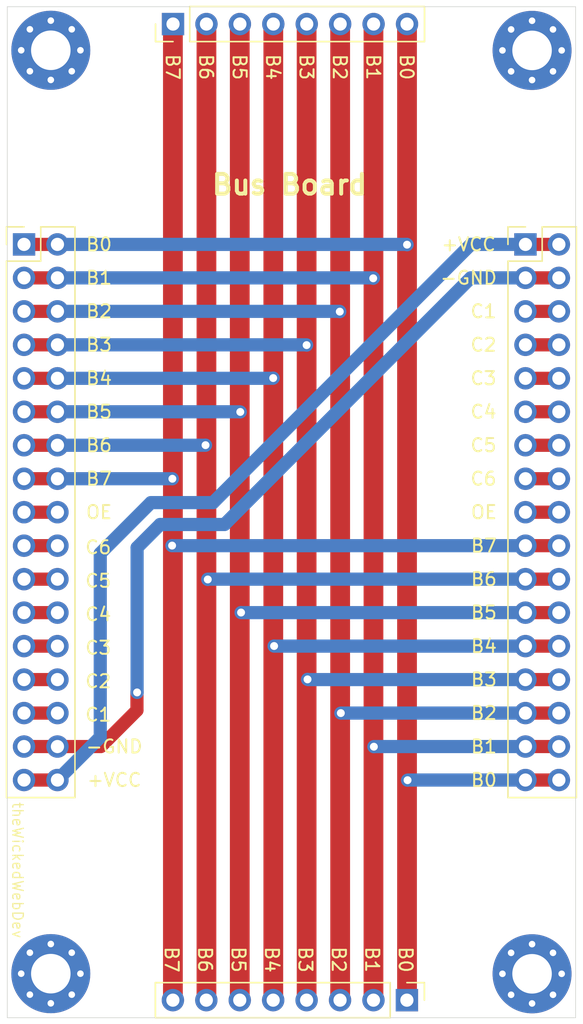
<source format=kicad_pcb>
(kicad_pcb (version 20171130) (host pcbnew "(5.1.10-1-10_14)")

  (general
    (thickness 1.6)
    (drawings 57)
    (tracks 99)
    (zones 0)
    (modules 8)
    (nets 25)
  )

  (page A4)
  (layers
    (0 F.Cu signal)
    (31 B.Cu signal hide)
    (32 B.Adhes user)
    (33 F.Adhes user hide)
    (34 B.Paste user)
    (35 F.Paste user)
    (36 B.SilkS user)
    (37 F.SilkS user)
    (38 B.Mask user)
    (39 F.Mask user)
    (40 Dwgs.User user)
    (41 Cmts.User user)
    (42 Eco1.User user)
    (43 Eco2.User user)
    (44 Edge.Cuts user)
    (45 Margin user)
    (46 B.CrtYd user)
    (47 F.CrtYd user)
    (48 B.Fab user)
    (49 F.Fab user)
  )

  (setup
    (last_trace_width 0.25)
    (user_trace_width 0.5)
    (user_trace_width 1)
    (user_trace_width 1.5)
    (trace_clearance 0.2)
    (zone_clearance 0.508)
    (zone_45_only no)
    (trace_min 0.2)
    (via_size 0.8)
    (via_drill 0.4)
    (via_min_size 0.4)
    (via_min_drill 0.3)
    (uvia_size 0.3)
    (uvia_drill 0.1)
    (uvias_allowed no)
    (uvia_min_size 0.2)
    (uvia_min_drill 0.1)
    (edge_width 0.05)
    (segment_width 0.2)
    (pcb_text_width 0.3)
    (pcb_text_size 1.5 1.5)
    (mod_edge_width 0.12)
    (mod_text_size 1 1)
    (mod_text_width 0.15)
    (pad_size 1.524 1.524)
    (pad_drill 0.762)
    (pad_to_mask_clearance 0)
    (aux_axis_origin 0 0)
    (visible_elements FFFFFF7F)
    (pcbplotparams
      (layerselection 0x010fc_ffffffff)
      (usegerberextensions false)
      (usegerberattributes true)
      (usegerberadvancedattributes true)
      (creategerberjobfile true)
      (excludeedgelayer true)
      (linewidth 0.100000)
      (plotframeref false)
      (viasonmask false)
      (mode 1)
      (useauxorigin false)
      (hpglpennumber 1)
      (hpglpenspeed 20)
      (hpglpendiameter 15.000000)
      (psnegative false)
      (psa4output false)
      (plotreference true)
      (plotvalue true)
      (plotinvisibletext false)
      (padsonsilk false)
      (subtractmaskfromsilk false)
      (outputformat 1)
      (mirror false)
      (drillshape 0)
      (scaleselection 1)
      (outputdirectory "./gerber"))
  )

  (net 0 "")
  (net 1 "Net-(J1-Pad29)")
  (net 2 "Net-(J1-Pad27)")
  (net 3 "Net-(J1-Pad25)")
  (net 4 "Net-(J1-Pad23)")
  (net 5 "Net-(J1-Pad21)")
  (net 6 "Net-(J1-Pad19)")
  (net 7 "Net-(J1-Pad17)")
  (net 8 "Net-(J1-Pad15)")
  (net 9 "Net-(J1-Pad13)")
  (net 10 "Net-(J1-Pad11)")
  (net 11 "Net-(J1-Pad10)")
  (net 12 "Net-(J1-Pad7)")
  (net 13 "Net-(J1-Pad5)")
  (net 14 "Net-(J2-Pad29)")
  (net 15 "Net-(J2-Pad27)")
  (net 16 "Net-(J2-Pad25)")
  (net 17 "Net-(J2-Pad23)")
  (net 18 "Net-(J2-Pad21)")
  (net 19 "Net-(J2-Pad19)")
  (net 20 "Net-(J2-Pad17)")
  (net 21 VCC)
  (net 22 GND)
  (net 23 "Net-(J1-Pad33)")
  (net 24 "Net-(J1-Pad31)")

  (net_class Default "This is the default net class."
    (clearance 0.2)
    (trace_width 0.25)
    (via_dia 0.8)
    (via_drill 0.4)
    (uvia_dia 0.3)
    (uvia_drill 0.1)
    (add_net GND)
    (add_net "Net-(J1-Pad10)")
    (add_net "Net-(J1-Pad11)")
    (add_net "Net-(J1-Pad13)")
    (add_net "Net-(J1-Pad15)")
    (add_net "Net-(J1-Pad17)")
    (add_net "Net-(J1-Pad19)")
    (add_net "Net-(J1-Pad21)")
    (add_net "Net-(J1-Pad23)")
    (add_net "Net-(J1-Pad25)")
    (add_net "Net-(J1-Pad27)")
    (add_net "Net-(J1-Pad29)")
    (add_net "Net-(J1-Pad31)")
    (add_net "Net-(J1-Pad33)")
    (add_net "Net-(J1-Pad5)")
    (add_net "Net-(J1-Pad7)")
    (add_net "Net-(J2-Pad17)")
    (add_net "Net-(J2-Pad19)")
    (add_net "Net-(J2-Pad21)")
    (add_net "Net-(J2-Pad23)")
    (add_net "Net-(J2-Pad25)")
    (add_net "Net-(J2-Pad27)")
    (add_net "Net-(J2-Pad29)")
    (add_net VCC)
  )

  (module MountingHole:MountingHole_3mm_Pad_Via (layer F.Cu) (tedit 56DDBED4) (tstamp 61582A25)
    (at 102.61 134.59)
    (descr "Mounting Hole 3mm")
    (tags "mounting hole 3mm")
    (attr virtual)
    (fp_text reference REF** (at 0 -4) (layer F.SilkS) hide
      (effects (font (size 1 1) (thickness 0.15)))
    )
    (fp_text value MountingHole_3mm_Pad_Via (at 0 4) (layer F.Fab) hide
      (effects (font (size 1 1) (thickness 0.15)))
    )
    (fp_circle (center 0 0) (end 3.25 0) (layer F.CrtYd) (width 0.05))
    (fp_circle (center 0 0) (end 3 0) (layer Cmts.User) (width 0.15))
    (fp_text user %R (at 0.3 0) (layer F.Fab) hide
      (effects (font (size 1 1) (thickness 0.15)))
    )
    (pad 1 thru_hole circle (at 0 0) (size 6 6) (drill 3) (layers *.Cu *.Mask))
    (pad 1 thru_hole circle (at 2.25 0) (size 0.8 0.8) (drill 0.5) (layers *.Cu *.Mask))
    (pad 1 thru_hole circle (at 1.59099 1.59099) (size 0.8 0.8) (drill 0.5) (layers *.Cu *.Mask))
    (pad 1 thru_hole circle (at 0 2.25) (size 0.8 0.8) (drill 0.5) (layers *.Cu *.Mask))
    (pad 1 thru_hole circle (at -1.59099 1.59099) (size 0.8 0.8) (drill 0.5) (layers *.Cu *.Mask))
    (pad 1 thru_hole circle (at -2.25 0) (size 0.8 0.8) (drill 0.5) (layers *.Cu *.Mask))
    (pad 1 thru_hole circle (at -1.59099 -1.59099) (size 0.8 0.8) (drill 0.5) (layers *.Cu *.Mask))
    (pad 1 thru_hole circle (at 0 -2.25) (size 0.8 0.8) (drill 0.5) (layers *.Cu *.Mask))
    (pad 1 thru_hole circle (at 1.59099 -1.59099) (size 0.8 0.8) (drill 0.5) (layers *.Cu *.Mask))
  )

  (module MountingHole:MountingHole_3mm_Pad_Via (layer F.Cu) (tedit 56DDBED4) (tstamp 61582A16)
    (at 66.044 134.58)
    (descr "Mounting Hole 3mm")
    (tags "mounting hole 3mm")
    (attr virtual)
    (fp_text reference REF** (at 0 -4) (layer F.SilkS) hide
      (effects (font (size 1 1) (thickness 0.15)))
    )
    (fp_text value MountingHole_3mm_Pad_Via (at 0 4) (layer F.Fab) hide
      (effects (font (size 1 1) (thickness 0.15)))
    )
    (fp_circle (center 0 0) (end 3 0) (layer Cmts.User) (width 0.15))
    (fp_circle (center 0 0) (end 3.25 0) (layer F.CrtYd) (width 0.05))
    (fp_text user %R (at 0.3 0) (layer F.Fab) hide
      (effects (font (size 1 1) (thickness 0.15)))
    )
    (pad 1 thru_hole circle (at 1.59099 -1.59099) (size 0.8 0.8) (drill 0.5) (layers *.Cu *.Mask))
    (pad 1 thru_hole circle (at 0 -2.25) (size 0.8 0.8) (drill 0.5) (layers *.Cu *.Mask))
    (pad 1 thru_hole circle (at -1.59099 -1.59099) (size 0.8 0.8) (drill 0.5) (layers *.Cu *.Mask))
    (pad 1 thru_hole circle (at -2.25 0) (size 0.8 0.8) (drill 0.5) (layers *.Cu *.Mask))
    (pad 1 thru_hole circle (at -1.59099 1.59099) (size 0.8 0.8) (drill 0.5) (layers *.Cu *.Mask))
    (pad 1 thru_hole circle (at 0 2.25) (size 0.8 0.8) (drill 0.5) (layers *.Cu *.Mask))
    (pad 1 thru_hole circle (at 1.59099 1.59099) (size 0.8 0.8) (drill 0.5) (layers *.Cu *.Mask))
    (pad 1 thru_hole circle (at 2.25 0) (size 0.8 0.8) (drill 0.5) (layers *.Cu *.Mask))
    (pad 1 thru_hole circle (at 0 0) (size 6 6) (drill 3) (layers *.Cu *.Mask))
  )

  (module MountingHole:MountingHole_3mm_Pad_Via (layer F.Cu) (tedit 56DDBED4) (tstamp 615829E8)
    (at 66.044 64.52)
    (descr "Mounting Hole 3mm")
    (tags "mounting hole 3mm")
    (attr virtual)
    (fp_text reference REF** (at 0 -4) (layer F.SilkS) hide
      (effects (font (size 1 1) (thickness 0.15)))
    )
    (fp_text value MountingHole_3mm_Pad_Via (at 0 4) (layer F.Fab) hide
      (effects (font (size 1 1) (thickness 0.15)))
    )
    (fp_circle (center 0 0) (end 3.25 0) (layer F.CrtYd) (width 0.05))
    (fp_circle (center 0 0) (end 3 0) (layer Cmts.User) (width 0.15))
    (fp_text user %R (at 0.3 0) (layer F.Fab) hide
      (effects (font (size 1 1) (thickness 0.15)))
    )
    (pad 1 thru_hole circle (at 0 0) (size 6 6) (drill 3) (layers *.Cu *.Mask))
    (pad 1 thru_hole circle (at 2.25 0) (size 0.8 0.8) (drill 0.5) (layers *.Cu *.Mask))
    (pad 1 thru_hole circle (at 1.59099 1.59099) (size 0.8 0.8) (drill 0.5) (layers *.Cu *.Mask))
    (pad 1 thru_hole circle (at 0 2.25) (size 0.8 0.8) (drill 0.5) (layers *.Cu *.Mask))
    (pad 1 thru_hole circle (at -1.59099 1.59099) (size 0.8 0.8) (drill 0.5) (layers *.Cu *.Mask))
    (pad 1 thru_hole circle (at -2.25 0) (size 0.8 0.8) (drill 0.5) (layers *.Cu *.Mask))
    (pad 1 thru_hole circle (at -1.59099 -1.59099) (size 0.8 0.8) (drill 0.5) (layers *.Cu *.Mask))
    (pad 1 thru_hole circle (at 0 -2.25) (size 0.8 0.8) (drill 0.5) (layers *.Cu *.Mask))
    (pad 1 thru_hole circle (at 1.59099 -1.59099) (size 0.8 0.8) (drill 0.5) (layers *.Cu *.Mask))
  )

  (module MountingHole:MountingHole_3mm_Pad_Via (layer F.Cu) (tedit 56DDBED4) (tstamp 61582990)
    (at 102.61 64.53)
    (descr "Mounting Hole 3mm")
    (tags "mounting hole 3mm")
    (attr virtual)
    (fp_text reference REF** (at 0 -4) (layer F.SilkS) hide
      (effects (font (size 1 1) (thickness 0.15)))
    )
    (fp_text value MountingHole_3mm_Pad_Via (at 0 4) (layer F.Fab) hide
      (effects (font (size 1 1) (thickness 0.15)))
    )
    (fp_circle (center 0 0) (end 3 0) (layer Cmts.User) (width 0.15))
    (fp_circle (center 0 0) (end 3.25 0) (layer F.CrtYd) (width 0.05))
    (fp_text user %R (at 0.3 0) (layer F.Fab) hide
      (effects (font (size 1 1) (thickness 0.15)))
    )
    (pad 1 thru_hole circle (at 1.59099 -1.59099) (size 0.8 0.8) (drill 0.5) (layers *.Cu *.Mask))
    (pad 1 thru_hole circle (at 0 -2.25) (size 0.8 0.8) (drill 0.5) (layers *.Cu *.Mask))
    (pad 1 thru_hole circle (at -1.59099 -1.59099) (size 0.8 0.8) (drill 0.5) (layers *.Cu *.Mask))
    (pad 1 thru_hole circle (at -2.25 0) (size 0.8 0.8) (drill 0.5) (layers *.Cu *.Mask))
    (pad 1 thru_hole circle (at -1.59099 1.59099) (size 0.8 0.8) (drill 0.5) (layers *.Cu *.Mask))
    (pad 1 thru_hole circle (at 0 2.25) (size 0.8 0.8) (drill 0.5) (layers *.Cu *.Mask))
    (pad 1 thru_hole circle (at 1.59099 1.59099) (size 0.8 0.8) (drill 0.5) (layers *.Cu *.Mask))
    (pad 1 thru_hole circle (at 2.25 0) (size 0.8 0.8) (drill 0.5) (layers *.Cu *.Mask))
    (pad 1 thru_hole circle (at 0 0) (size 6 6) (drill 3) (layers *.Cu *.Mask))
  )

  (module Connector_PinHeader_2.54mm:PinHeader_1x08_P2.54mm_Vertical (layer F.Cu) (tedit 59FED5CC) (tstamp 61581D0A)
    (at 93.1 136.59 270)
    (descr "Through hole straight pin header, 1x08, 2.54mm pitch, single row")
    (tags "Through hole pin header THT 1x08 2.54mm single row")
    (path /A6084CEE)
    (fp_text reference J4 (at 0 -2.33 90) (layer F.SilkS) hide
      (effects (font (size 1 1) (thickness 0.15)))
    )
    (fp_text value Conn_01x08 (at 0 20.11 90) (layer F.Fab) hide
      (effects (font (size 1 1) (thickness 0.15)))
    )
    (fp_line (start -0.635 -1.27) (end 1.27 -1.27) (layer F.Fab) (width 0.1))
    (fp_line (start 1.27 -1.27) (end 1.27 19.05) (layer F.Fab) (width 0.1))
    (fp_line (start 1.27 19.05) (end -1.27 19.05) (layer F.Fab) (width 0.1))
    (fp_line (start -1.27 19.05) (end -1.27 -0.635) (layer F.Fab) (width 0.1))
    (fp_line (start -1.27 -0.635) (end -0.635 -1.27) (layer F.Fab) (width 0.1))
    (fp_line (start -1.33 19.11) (end 1.33 19.11) (layer F.SilkS) (width 0.12))
    (fp_line (start -1.33 1.27) (end -1.33 19.11) (layer F.SilkS) (width 0.12))
    (fp_line (start 1.33 1.27) (end 1.33 19.11) (layer F.SilkS) (width 0.12))
    (fp_line (start -1.33 1.27) (end 1.33 1.27) (layer F.SilkS) (width 0.12))
    (fp_line (start -1.33 0) (end -1.33 -1.33) (layer F.SilkS) (width 0.12))
    (fp_line (start -1.33 -1.33) (end 0 -1.33) (layer F.SilkS) (width 0.12))
    (fp_line (start -1.8 -1.8) (end -1.8 19.55) (layer F.CrtYd) (width 0.05))
    (fp_line (start -1.8 19.55) (end 1.8 19.55) (layer F.CrtYd) (width 0.05))
    (fp_line (start 1.8 19.55) (end 1.8 -1.8) (layer F.CrtYd) (width 0.05))
    (fp_line (start 1.8 -1.8) (end -1.8 -1.8) (layer F.CrtYd) (width 0.05))
    (fp_text user %R (at 0 8.89) (layer F.Fab) hide
      (effects (font (size 1 1) (thickness 0.15)))
    )
    (pad 8 thru_hole oval (at 0 17.78 270) (size 1.7 1.7) (drill 1) (layers *.Cu *.Mask)
      (net 6 "Net-(J1-Pad19)"))
    (pad 7 thru_hole oval (at 0 15.24 270) (size 1.7 1.7) (drill 1) (layers *.Cu *.Mask)
      (net 5 "Net-(J1-Pad21)"))
    (pad 6 thru_hole oval (at 0 12.7 270) (size 1.7 1.7) (drill 1) (layers *.Cu *.Mask)
      (net 4 "Net-(J1-Pad23)"))
    (pad 5 thru_hole oval (at 0 10.16 270) (size 1.7 1.7) (drill 1) (layers *.Cu *.Mask)
      (net 3 "Net-(J1-Pad25)"))
    (pad 4 thru_hole oval (at 0 7.62 270) (size 1.7 1.7) (drill 1) (layers *.Cu *.Mask)
      (net 2 "Net-(J1-Pad27)"))
    (pad 3 thru_hole oval (at 0 5.08 270) (size 1.7 1.7) (drill 1) (layers *.Cu *.Mask)
      (net 1 "Net-(J1-Pad29)"))
    (pad 2 thru_hole oval (at 0 2.54 270) (size 1.7 1.7) (drill 1) (layers *.Cu *.Mask)
      (net 24 "Net-(J1-Pad31)"))
    (pad 1 thru_hole rect (at 0 0 270) (size 1.7 1.7) (drill 1) (layers *.Cu *.Mask)
      (net 23 "Net-(J1-Pad33)"))
    (model ${KISYS3DMOD}/Connector_PinHeader_2.54mm.3dshapes/PinHeader_1x08_P2.54mm_Vertical.wrl
      (at (xyz 0 0 0))
      (scale (xyz 1 1 1))
      (rotate (xyz 0 0 0))
    )
  )

  (module Connector_PinHeader_2.54mm:PinHeader_1x08_P2.54mm_Vertical (layer F.Cu) (tedit 59FED5CC) (tstamp 61581CEE)
    (at 75.33 62.53 90)
    (descr "Through hole straight pin header, 1x08, 2.54mm pitch, single row")
    (tags "Through hole pin header THT 1x08 2.54mm single row")
    (path /A6082460)
    (fp_text reference J3 (at 0 -2.33 90) (layer F.SilkS) hide
      (effects (font (size 1 1) (thickness 0.15)))
    )
    (fp_text value Conn_01x08 (at 0 20.11 90) (layer F.Fab) hide
      (effects (font (size 1 1) (thickness 0.15)))
    )
    (fp_line (start -0.635 -1.27) (end 1.27 -1.27) (layer F.Fab) (width 0.1))
    (fp_line (start 1.27 -1.27) (end 1.27 19.05) (layer F.Fab) (width 0.1))
    (fp_line (start 1.27 19.05) (end -1.27 19.05) (layer F.Fab) (width 0.1))
    (fp_line (start -1.27 19.05) (end -1.27 -0.635) (layer F.Fab) (width 0.1))
    (fp_line (start -1.27 -0.635) (end -0.635 -1.27) (layer F.Fab) (width 0.1))
    (fp_line (start -1.33 19.11) (end 1.33 19.11) (layer F.SilkS) (width 0.12))
    (fp_line (start -1.33 1.27) (end -1.33 19.11) (layer F.SilkS) (width 0.12))
    (fp_line (start 1.33 1.27) (end 1.33 19.11) (layer F.SilkS) (width 0.12))
    (fp_line (start -1.33 1.27) (end 1.33 1.27) (layer F.SilkS) (width 0.12))
    (fp_line (start -1.33 0) (end -1.33 -1.33) (layer F.SilkS) (width 0.12))
    (fp_line (start -1.33 -1.33) (end 0 -1.33) (layer F.SilkS) (width 0.12))
    (fp_line (start -1.8 -1.8) (end -1.8 19.55) (layer F.CrtYd) (width 0.05))
    (fp_line (start -1.8 19.55) (end 1.8 19.55) (layer F.CrtYd) (width 0.05))
    (fp_line (start 1.8 19.55) (end 1.8 -1.8) (layer F.CrtYd) (width 0.05))
    (fp_line (start 1.8 -1.8) (end -1.8 -1.8) (layer F.CrtYd) (width 0.05))
    (fp_text user %R (at 0 8.89) (layer F.Fab) hide
      (effects (font (size 1 1) (thickness 0.15)))
    )
    (pad 8 thru_hole oval (at 0 17.78 90) (size 1.7 1.7) (drill 1) (layers *.Cu *.Mask)
      (net 23 "Net-(J1-Pad33)"))
    (pad 7 thru_hole oval (at 0 15.24 90) (size 1.7 1.7) (drill 1) (layers *.Cu *.Mask)
      (net 24 "Net-(J1-Pad31)"))
    (pad 6 thru_hole oval (at 0 12.7 90) (size 1.7 1.7) (drill 1) (layers *.Cu *.Mask)
      (net 1 "Net-(J1-Pad29)"))
    (pad 5 thru_hole oval (at 0 10.16 90) (size 1.7 1.7) (drill 1) (layers *.Cu *.Mask)
      (net 2 "Net-(J1-Pad27)"))
    (pad 4 thru_hole oval (at 0 7.62 90) (size 1.7 1.7) (drill 1) (layers *.Cu *.Mask)
      (net 3 "Net-(J1-Pad25)"))
    (pad 3 thru_hole oval (at 0 5.08 90) (size 1.7 1.7) (drill 1) (layers *.Cu *.Mask)
      (net 4 "Net-(J1-Pad23)"))
    (pad 2 thru_hole oval (at 0 2.54 90) (size 1.7 1.7) (drill 1) (layers *.Cu *.Mask)
      (net 5 "Net-(J1-Pad21)"))
    (pad 1 thru_hole rect (at 0 0 90) (size 1.7 1.7) (drill 1) (layers *.Cu *.Mask)
      (net 6 "Net-(J1-Pad19)"))
    (model ${KISYS3DMOD}/Connector_PinHeader_2.54mm.3dshapes/PinHeader_1x08_P2.54mm_Vertical.wrl
      (at (xyz 0 0 0))
      (scale (xyz 1 1 1))
      (rotate (xyz 0 0 0))
    )
  )

  (module Connector_PinHeader_2.54mm:PinHeader_2x17_P2.54mm_Vertical (layer F.Cu) (tedit 59FED5CC) (tstamp 61581573)
    (at 64.008 79.248)
    (descr "Through hole straight pin header, 2x17, 2.54mm pitch, double rows")
    (tags "Through hole pin header THT 2x17 2.54mm double row")
    (path /A6074ED1)
    (fp_text reference J2 (at 1.27 -2.33) (layer F.SilkS) hide
      (effects (font (size 1 1) (thickness 0.15)))
    )
    (fp_text value Conn_02x17_Odd_Even (at 1.27 42.97) (layer F.Fab) hide
      (effects (font (size 1 1) (thickness 0.15)))
    )
    (fp_line (start 4.35 -1.8) (end -1.8 -1.8) (layer F.CrtYd) (width 0.05))
    (fp_line (start 4.35 42.45) (end 4.35 -1.8) (layer F.CrtYd) (width 0.05))
    (fp_line (start -1.8 42.45) (end 4.35 42.45) (layer F.CrtYd) (width 0.05))
    (fp_line (start -1.8 -1.8) (end -1.8 42.45) (layer F.CrtYd) (width 0.05))
    (fp_line (start -1.33 -1.33) (end 0 -1.33) (layer F.SilkS) (width 0.12))
    (fp_line (start -1.33 0) (end -1.33 -1.33) (layer F.SilkS) (width 0.12))
    (fp_line (start 1.27 -1.33) (end 3.87 -1.33) (layer F.SilkS) (width 0.12))
    (fp_line (start 1.27 1.27) (end 1.27 -1.33) (layer F.SilkS) (width 0.12))
    (fp_line (start -1.33 1.27) (end 1.27 1.27) (layer F.SilkS) (width 0.12))
    (fp_line (start 3.87 -1.33) (end 3.87 41.97) (layer F.SilkS) (width 0.12))
    (fp_line (start -1.33 1.27) (end -1.33 41.97) (layer F.SilkS) (width 0.12))
    (fp_line (start -1.33 41.97) (end 3.87 41.97) (layer F.SilkS) (width 0.12))
    (fp_line (start -1.27 0) (end 0 -1.27) (layer F.Fab) (width 0.1))
    (fp_line (start -1.27 41.91) (end -1.27 0) (layer F.Fab) (width 0.1))
    (fp_line (start 3.81 41.91) (end -1.27 41.91) (layer F.Fab) (width 0.1))
    (fp_line (start 3.81 -1.27) (end 3.81 41.91) (layer F.Fab) (width 0.1))
    (fp_line (start 0 -1.27) (end 3.81 -1.27) (layer F.Fab) (width 0.1))
    (fp_text user %R (at 1.27 20.32 90) (layer F.Fab) hide
      (effects (font (size 1 1) (thickness 0.15)))
    )
    (pad 34 thru_hole oval (at 2.54 40.64) (size 1.7 1.7) (drill 1) (layers *.Cu *.Mask)
      (net 21 VCC))
    (pad 33 thru_hole oval (at 0 40.64) (size 1.7 1.7) (drill 1) (layers *.Cu *.Mask)
      (net 21 VCC))
    (pad 32 thru_hole oval (at 2.54 38.1) (size 1.7 1.7) (drill 1) (layers *.Cu *.Mask)
      (net 22 GND))
    (pad 31 thru_hole oval (at 0 38.1) (size 1.7 1.7) (drill 1) (layers *.Cu *.Mask)
      (net 22 GND))
    (pad 30 thru_hole oval (at 2.54 35.56) (size 1.7 1.7) (drill 1) (layers *.Cu *.Mask)
      (net 14 "Net-(J2-Pad29)"))
    (pad 29 thru_hole oval (at 0 35.56) (size 1.7 1.7) (drill 1) (layers *.Cu *.Mask)
      (net 14 "Net-(J2-Pad29)"))
    (pad 28 thru_hole oval (at 2.54 33.02) (size 1.7 1.7) (drill 1) (layers *.Cu *.Mask)
      (net 15 "Net-(J2-Pad27)"))
    (pad 27 thru_hole oval (at 0 33.02) (size 1.7 1.7) (drill 1) (layers *.Cu *.Mask)
      (net 15 "Net-(J2-Pad27)"))
    (pad 26 thru_hole oval (at 2.54 30.48) (size 1.7 1.7) (drill 1) (layers *.Cu *.Mask)
      (net 16 "Net-(J2-Pad25)"))
    (pad 25 thru_hole oval (at 0 30.48) (size 1.7 1.7) (drill 1) (layers *.Cu *.Mask)
      (net 16 "Net-(J2-Pad25)"))
    (pad 24 thru_hole oval (at 2.54 27.94) (size 1.7 1.7) (drill 1) (layers *.Cu *.Mask)
      (net 17 "Net-(J2-Pad23)"))
    (pad 23 thru_hole oval (at 0 27.94) (size 1.7 1.7) (drill 1) (layers *.Cu *.Mask)
      (net 17 "Net-(J2-Pad23)"))
    (pad 22 thru_hole oval (at 2.54 25.4) (size 1.7 1.7) (drill 1) (layers *.Cu *.Mask)
      (net 18 "Net-(J2-Pad21)"))
    (pad 21 thru_hole oval (at 0 25.4) (size 1.7 1.7) (drill 1) (layers *.Cu *.Mask)
      (net 18 "Net-(J2-Pad21)"))
    (pad 20 thru_hole oval (at 2.54 22.86) (size 1.7 1.7) (drill 1) (layers *.Cu *.Mask)
      (net 19 "Net-(J2-Pad19)"))
    (pad 19 thru_hole oval (at 0 22.86) (size 1.7 1.7) (drill 1) (layers *.Cu *.Mask)
      (net 19 "Net-(J2-Pad19)"))
    (pad 18 thru_hole oval (at 2.54 20.32) (size 1.7 1.7) (drill 1) (layers *.Cu *.Mask)
      (net 20 "Net-(J2-Pad17)"))
    (pad 17 thru_hole oval (at 0 20.32) (size 1.7 1.7) (drill 1) (layers *.Cu *.Mask)
      (net 20 "Net-(J2-Pad17)"))
    (pad 16 thru_hole oval (at 2.54 17.78) (size 1.7 1.7) (drill 1) (layers *.Cu *.Mask)
      (net 6 "Net-(J1-Pad19)"))
    (pad 15 thru_hole oval (at 0 17.78) (size 1.7 1.7) (drill 1) (layers *.Cu *.Mask)
      (net 6 "Net-(J1-Pad19)"))
    (pad 14 thru_hole oval (at 2.54 15.24) (size 1.7 1.7) (drill 1) (layers *.Cu *.Mask)
      (net 5 "Net-(J1-Pad21)"))
    (pad 13 thru_hole oval (at 0 15.24) (size 1.7 1.7) (drill 1) (layers *.Cu *.Mask)
      (net 5 "Net-(J1-Pad21)"))
    (pad 12 thru_hole oval (at 2.54 12.7) (size 1.7 1.7) (drill 1) (layers *.Cu *.Mask)
      (net 4 "Net-(J1-Pad23)"))
    (pad 11 thru_hole oval (at 0 12.7) (size 1.7 1.7) (drill 1) (layers *.Cu *.Mask)
      (net 4 "Net-(J1-Pad23)"))
    (pad 10 thru_hole oval (at 2.54 10.16) (size 1.7 1.7) (drill 1) (layers *.Cu *.Mask)
      (net 3 "Net-(J1-Pad25)"))
    (pad 9 thru_hole oval (at 0 10.16) (size 1.7 1.7) (drill 1) (layers *.Cu *.Mask)
      (net 3 "Net-(J1-Pad25)"))
    (pad 8 thru_hole oval (at 2.54 7.62) (size 1.7 1.7) (drill 1) (layers *.Cu *.Mask)
      (net 2 "Net-(J1-Pad27)"))
    (pad 7 thru_hole oval (at 0 7.62) (size 1.7 1.7) (drill 1) (layers *.Cu *.Mask)
      (net 2 "Net-(J1-Pad27)"))
    (pad 6 thru_hole oval (at 2.54 5.08) (size 1.7 1.7) (drill 1) (layers *.Cu *.Mask)
      (net 1 "Net-(J1-Pad29)"))
    (pad 5 thru_hole oval (at 0 5.08) (size 1.7 1.7) (drill 1) (layers *.Cu *.Mask)
      (net 1 "Net-(J1-Pad29)"))
    (pad 4 thru_hole oval (at 2.54 2.54) (size 1.7 1.7) (drill 1) (layers *.Cu *.Mask)
      (net 24 "Net-(J1-Pad31)"))
    (pad 3 thru_hole oval (at 0 2.54) (size 1.7 1.7) (drill 1) (layers *.Cu *.Mask)
      (net 24 "Net-(J1-Pad31)"))
    (pad 2 thru_hole oval (at 2.54 0) (size 1.7 1.7) (drill 1) (layers *.Cu *.Mask)
      (net 23 "Net-(J1-Pad33)"))
    (pad 1 thru_hole rect (at 0 0) (size 1.7 1.7) (drill 1) (layers *.Cu *.Mask)
      (net 23 "Net-(J1-Pad33)"))
    (model ${KISYS3DMOD}/Connector_PinHeader_2.54mm.3dshapes/PinHeader_2x17_P2.54mm_Vertical.wrl
      (at (xyz 0 0 0))
      (scale (xyz 1 1 1))
      (rotate (xyz 0 0 0))
    )
  )

  (module Connector_PinHeader_2.54mm:PinHeader_2x17_P2.54mm_Vertical (layer F.Cu) (tedit 59FED5CC) (tstamp 61299537)
    (at 102.108 79.248)
    (descr "Through hole straight pin header, 2x17, 2.54mm pitch, double rows")
    (tags "Through hole pin header THT 2x17 2.54mm double row")
    (path /A56428E7)
    (fp_text reference J1 (at 1.27 -2.33) (layer F.SilkS) hide
      (effects (font (size 1 1) (thickness 0.15)))
    )
    (fp_text value Conn_02x17_Odd_Even (at 1.27 42.97) (layer F.Fab) hide
      (effects (font (size 1 1) (thickness 0.15)))
    )
    (fp_line (start 0 -1.27) (end 3.81 -1.27) (layer F.Fab) (width 0.1))
    (fp_line (start 3.81 -1.27) (end 3.81 41.91) (layer F.Fab) (width 0.1))
    (fp_line (start 3.81 41.91) (end -1.27 41.91) (layer F.Fab) (width 0.1))
    (fp_line (start -1.27 41.91) (end -1.27 0) (layer F.Fab) (width 0.1))
    (fp_line (start -1.27 0) (end 0 -1.27) (layer F.Fab) (width 0.1))
    (fp_line (start -1.33 41.97) (end 3.87 41.97) (layer F.SilkS) (width 0.12))
    (fp_line (start -1.33 1.27) (end -1.33 41.97) (layer F.SilkS) (width 0.12))
    (fp_line (start 3.87 -1.33) (end 3.87 41.97) (layer F.SilkS) (width 0.12))
    (fp_line (start -1.33 1.27) (end 1.27 1.27) (layer F.SilkS) (width 0.12))
    (fp_line (start 1.27 1.27) (end 1.27 -1.33) (layer F.SilkS) (width 0.12))
    (fp_line (start 1.27 -1.33) (end 3.87 -1.33) (layer F.SilkS) (width 0.12))
    (fp_line (start -1.33 0) (end -1.33 -1.33) (layer F.SilkS) (width 0.12))
    (fp_line (start -1.33 -1.33) (end 0 -1.33) (layer F.SilkS) (width 0.12))
    (fp_line (start -1.8 -1.8) (end -1.8 42.45) (layer F.CrtYd) (width 0.05))
    (fp_line (start -1.8 42.45) (end 4.35 42.45) (layer F.CrtYd) (width 0.05))
    (fp_line (start 4.35 42.45) (end 4.35 -1.8) (layer F.CrtYd) (width 0.05))
    (fp_line (start 4.35 -1.8) (end -1.8 -1.8) (layer F.CrtYd) (width 0.05))
    (fp_text user %R (at 1.27 20.32 90) (layer F.Fab) hide
      (effects (font (size 1 1) (thickness 0.15)))
    )
    (pad 34 thru_hole oval (at 2.54 40.64) (size 1.7 1.7) (drill 1) (layers *.Cu *.Mask)
      (net 23 "Net-(J1-Pad33)"))
    (pad 33 thru_hole oval (at 0 40.64) (size 1.7 1.7) (drill 1) (layers *.Cu *.Mask)
      (net 23 "Net-(J1-Pad33)"))
    (pad 32 thru_hole oval (at 2.54 38.1) (size 1.7 1.7) (drill 1) (layers *.Cu *.Mask)
      (net 24 "Net-(J1-Pad31)"))
    (pad 31 thru_hole oval (at 0 38.1) (size 1.7 1.7) (drill 1) (layers *.Cu *.Mask)
      (net 24 "Net-(J1-Pad31)"))
    (pad 30 thru_hole oval (at 2.54 35.56) (size 1.7 1.7) (drill 1) (layers *.Cu *.Mask)
      (net 1 "Net-(J1-Pad29)"))
    (pad 29 thru_hole oval (at 0 35.56) (size 1.7 1.7) (drill 1) (layers *.Cu *.Mask)
      (net 1 "Net-(J1-Pad29)"))
    (pad 28 thru_hole oval (at 2.54 33.02) (size 1.7 1.7) (drill 1) (layers *.Cu *.Mask)
      (net 2 "Net-(J1-Pad27)"))
    (pad 27 thru_hole oval (at 0 33.02) (size 1.7 1.7) (drill 1) (layers *.Cu *.Mask)
      (net 2 "Net-(J1-Pad27)"))
    (pad 26 thru_hole oval (at 2.54 30.48) (size 1.7 1.7) (drill 1) (layers *.Cu *.Mask)
      (net 3 "Net-(J1-Pad25)"))
    (pad 25 thru_hole oval (at 0 30.48) (size 1.7 1.7) (drill 1) (layers *.Cu *.Mask)
      (net 3 "Net-(J1-Pad25)"))
    (pad 24 thru_hole oval (at 2.54 27.94) (size 1.7 1.7) (drill 1) (layers *.Cu *.Mask)
      (net 4 "Net-(J1-Pad23)"))
    (pad 23 thru_hole oval (at 0 27.94) (size 1.7 1.7) (drill 1) (layers *.Cu *.Mask)
      (net 4 "Net-(J1-Pad23)"))
    (pad 22 thru_hole oval (at 2.54 25.4) (size 1.7 1.7) (drill 1) (layers *.Cu *.Mask)
      (net 5 "Net-(J1-Pad21)"))
    (pad 21 thru_hole oval (at 0 25.4) (size 1.7 1.7) (drill 1) (layers *.Cu *.Mask)
      (net 5 "Net-(J1-Pad21)"))
    (pad 20 thru_hole oval (at 2.54 22.86) (size 1.7 1.7) (drill 1) (layers *.Cu *.Mask)
      (net 6 "Net-(J1-Pad19)"))
    (pad 19 thru_hole oval (at 0 22.86) (size 1.7 1.7) (drill 1) (layers *.Cu *.Mask)
      (net 6 "Net-(J1-Pad19)"))
    (pad 18 thru_hole oval (at 2.54 20.32) (size 1.7 1.7) (drill 1) (layers *.Cu *.Mask)
      (net 7 "Net-(J1-Pad17)"))
    (pad 17 thru_hole oval (at 0 20.32) (size 1.7 1.7) (drill 1) (layers *.Cu *.Mask)
      (net 7 "Net-(J1-Pad17)"))
    (pad 16 thru_hole oval (at 2.54 17.78) (size 1.7 1.7) (drill 1) (layers *.Cu *.Mask)
      (net 8 "Net-(J1-Pad15)"))
    (pad 15 thru_hole oval (at 0 17.78) (size 1.7 1.7) (drill 1) (layers *.Cu *.Mask)
      (net 8 "Net-(J1-Pad15)"))
    (pad 14 thru_hole oval (at 2.54 15.24) (size 1.7 1.7) (drill 1) (layers *.Cu *.Mask)
      (net 9 "Net-(J1-Pad13)"))
    (pad 13 thru_hole oval (at 0 15.24) (size 1.7 1.7) (drill 1) (layers *.Cu *.Mask)
      (net 9 "Net-(J1-Pad13)"))
    (pad 12 thru_hole oval (at 2.54 12.7) (size 1.7 1.7) (drill 1) (layers *.Cu *.Mask)
      (net 10 "Net-(J1-Pad11)"))
    (pad 11 thru_hole oval (at 0 12.7) (size 1.7 1.7) (drill 1) (layers *.Cu *.Mask)
      (net 10 "Net-(J1-Pad11)"))
    (pad 10 thru_hole oval (at 2.54 10.16) (size 1.7 1.7) (drill 1) (layers *.Cu *.Mask)
      (net 11 "Net-(J1-Pad10)"))
    (pad 9 thru_hole oval (at 0 10.16) (size 1.7 1.7) (drill 1) (layers *.Cu *.Mask)
      (net 11 "Net-(J1-Pad10)"))
    (pad 8 thru_hole oval (at 2.54 7.62) (size 1.7 1.7) (drill 1) (layers *.Cu *.Mask)
      (net 12 "Net-(J1-Pad7)"))
    (pad 7 thru_hole oval (at 0 7.62) (size 1.7 1.7) (drill 1) (layers *.Cu *.Mask)
      (net 12 "Net-(J1-Pad7)"))
    (pad 6 thru_hole oval (at 2.54 5.08) (size 1.7 1.7) (drill 1) (layers *.Cu *.Mask)
      (net 13 "Net-(J1-Pad5)"))
    (pad 5 thru_hole oval (at 0 5.08) (size 1.7 1.7) (drill 1) (layers *.Cu *.Mask)
      (net 13 "Net-(J1-Pad5)"))
    (pad 4 thru_hole oval (at 2.54 2.54) (size 1.7 1.7) (drill 1) (layers *.Cu *.Mask)
      (net 22 GND))
    (pad 3 thru_hole oval (at 0 2.54) (size 1.7 1.7) (drill 1) (layers *.Cu *.Mask)
      (net 22 GND))
    (pad 2 thru_hole oval (at 2.54 0) (size 1.7 1.7) (drill 1) (layers *.Cu *.Mask)
      (net 21 VCC))
    (pad 1 thru_hole rect (at 0 0) (size 1.7 1.7) (drill 1) (layers *.Cu *.Mask)
      (net 21 VCC))
    (model ${KISYS3DMOD}/Connector_PinHeader_2.54mm.3dshapes/PinHeader_2x17_P2.54mm_Vertical.wrl
      (at (xyz 0 0 0))
      (scale (xyz 1 1 1))
      (rotate (xyz 0 0 0))
    )
  )

  (gr_text B7 (at 75.302 65.79 270) (layer F.SilkS) (tstamp 61583510)
    (effects (font (size 1 1) (thickness 0.15)))
  )
  (gr_text B5 (at 80.382 65.79 270) (layer F.SilkS) (tstamp 6158350F)
    (effects (font (size 1 1) (thickness 0.15)))
  )
  (gr_text B1 (at 90.542 65.79 270) (layer F.SilkS) (tstamp 6158350E)
    (effects (font (size 1 1) (thickness 0.15)))
  )
  (gr_text B3 (at 85.462 65.79 270) (layer F.SilkS) (tstamp 6158350D)
    (effects (font (size 1 1) (thickness 0.15)))
  )
  (gr_text B4 (at 82.922 65.79 270) (layer F.SilkS) (tstamp 6158350C)
    (effects (font (size 1 1) (thickness 0.15)))
  )
  (gr_text B0 (at 93.082 65.79 270) (layer F.SilkS) (tstamp 6158350B)
    (effects (font (size 1 1) (thickness 0.15)))
  )
  (gr_text B6 (at 77.842 65.79 270) (layer F.SilkS) (tstamp 6158350A)
    (effects (font (size 1 1) (thickness 0.15)))
  )
  (gr_text B2 (at 88.002 65.79 270) (layer F.SilkS) (tstamp 61583509)
    (effects (font (size 1 1) (thickness 0.15)))
  )
  (gr_text B3 (at 85.382 133.51 270) (layer F.SilkS) (tstamp 615834E7)
    (effects (font (size 1 1) (thickness 0.15)))
  )
  (gr_text B6 (at 77.762 133.51 270) (layer F.SilkS) (tstamp 615834E6)
    (effects (font (size 1 1) (thickness 0.15)))
  )
  (gr_text B2 (at 87.922 133.51 270) (layer F.SilkS) (tstamp 615834E5)
    (effects (font (size 1 1) (thickness 0.15)))
  )
  (gr_text B1 (at 90.462 133.51 270) (layer F.SilkS) (tstamp 615834E4)
    (effects (font (size 1 1) (thickness 0.15)))
  )
  (gr_text B7 (at 75.222 133.51 270) (layer F.SilkS) (tstamp 615834E3)
    (effects (font (size 1 1) (thickness 0.15)))
  )
  (gr_text B4 (at 82.842 133.51 270) (layer F.SilkS) (tstamp 615834E2)
    (effects (font (size 1 1) (thickness 0.15)))
  )
  (gr_text B5 (at 80.302 133.51 270) (layer F.SilkS) (tstamp 615834E1)
    (effects (font (size 1 1) (thickness 0.15)))
  )
  (gr_text B0 (at 93.002 133.51 270) (layer F.SilkS) (tstamp 615834E0)
    (effects (font (size 1 1) (thickness 0.15)))
  )
  (gr_text theWickedWebDev (at 63.52 126.73 -90) (layer F.SilkS) (tstamp 6158330E)
    (effects (font (size 0.8 0.8) (thickness 0.1)))
  )
  (gr_text "Bus Board" (at 84.18 74.72) (layer F.SilkS)
    (effects (font (size 1.5 1.5) (thickness 0.3)))
  )
  (gr_line (start 105.918 61.214) (end 62.738 61.214) (layer Edge.Cuts) (width 0.05) (tstamp 61582B94))
  (gr_line (start 62.738 137.922) (end 105.918 137.922) (layer Edge.Cuts) (width 0.05) (tstamp 61582B93))
  (gr_text B0 (at 69.706 79.248) (layer F.SilkS) (tstamp 61581A62)
    (effects (font (size 1 1) (thickness 0.15)))
  )
  (gr_text C3 (at 69.65 109.856) (layer F.SilkS) (tstamp 61581A61)
    (effects (font (size 1 1) (thickness 0.15)))
  )
  (gr_text B7 (at 69.706 97.028) (layer F.SilkS) (tstamp 61581A60)
    (effects (font (size 1 1) (thickness 0.15)))
  )
  (gr_text B2 (at 69.706 84.328) (layer F.SilkS) (tstamp 61581A5F)
    (effects (font (size 1 1) (thickness 0.15)))
  )
  (gr_text OE (at 69.706 99.568) (layer F.SilkS) (tstamp 61581A5E)
    (effects (font (size 1 1) (thickness 0.15)))
  )
  (gr_text -GND (at 70.866 117.348) (layer F.SilkS) (tstamp 61581A5D)
    (effects (font (size 1 1) (thickness 0.15)))
  )
  (gr_text C4 (at 69.65 107.316) (layer F.SilkS) (tstamp 61581A5C)
    (effects (font (size 1 1) (thickness 0.15)))
  )
  (gr_text B4 (at 69.706 89.408) (layer F.SilkS) (tstamp 61581A5B)
    (effects (font (size 1 1) (thickness 0.15)))
  )
  (gr_text C5 (at 69.65 104.776) (layer F.SilkS) (tstamp 61581A5A)
    (effects (font (size 1 1) (thickness 0.15)))
  )
  (gr_text B6 (at 69.706 94.488) (layer F.SilkS) (tstamp 61581A59)
    (effects (font (size 1 1) (thickness 0.15)))
  )
  (gr_text +VCC (at 70.866 119.888) (layer F.SilkS) (tstamp 61581A58)
    (effects (font (size 1 1) (thickness 0.15)))
  )
  (gr_text C2 (at 69.65 112.396) (layer F.SilkS) (tstamp 61581A57)
    (effects (font (size 1 1) (thickness 0.15)))
  )
  (gr_text B1 (at 69.706 81.788) (layer F.SilkS) (tstamp 61581A56)
    (effects (font (size 1 1) (thickness 0.15)))
  )
  (gr_text B3 (at 69.706 86.868) (layer F.SilkS) (tstamp 61581A55)
    (effects (font (size 1 1) (thickness 0.15)))
  )
  (gr_text C6 (at 69.65 102.236) (layer F.SilkS) (tstamp 61581A8A)
    (effects (font (size 1 1) (thickness 0.15)))
  )
  (gr_text C1 (at 69.65 114.936) (layer F.SilkS) (tstamp 61581A53)
    (effects (font (size 1 1) (thickness 0.15)))
  )
  (gr_text B5 (at 69.706 91.948) (layer F.SilkS) (tstamp 61581A52)
    (effects (font (size 1 1) (thickness 0.15)))
  )
  (gr_text +VCC (at 97.79 79.248) (layer F.SilkS) (tstamp 612995D9)
    (effects (font (size 1 1) (thickness 0.15)))
  )
  (gr_text -GND (at 97.79 81.788) (layer F.SilkS) (tstamp 612995D6)
    (effects (font (size 1 1) (thickness 0.15)))
  )
  (gr_text C6 (at 98.916 97.028) (layer F.SilkS) (tstamp 612995D3)
    (effects (font (size 1 1) (thickness 0.15)))
  )
  (gr_text C5 (at 98.916 94.488) (layer F.SilkS) (tstamp 612995D0)
    (effects (font (size 1 1) (thickness 0.15)))
  )
  (gr_text C4 (at 98.916 91.948) (layer F.SilkS) (tstamp 612995CD)
    (effects (font (size 1 1) (thickness 0.15)))
  )
  (gr_text C3 (at 98.916 89.408) (layer F.SilkS) (tstamp 612995CA)
    (effects (font (size 1 1) (thickness 0.15)))
  )
  (gr_text C2 (at 98.916 86.868) (layer F.SilkS) (tstamp 612995C7)
    (effects (font (size 1 1) (thickness 0.15)))
  )
  (gr_text C1 (at 98.916 84.328) (layer F.SilkS) (tstamp 612995C4)
    (effects (font (size 1 1) (thickness 0.15)))
  )
  (gr_text OE (at 98.95 99.568) (layer F.SilkS) (tstamp 612995C1)
    (effects (font (size 1 1) (thickness 0.15)))
  )
  (gr_text B7 (at 98.95 102.108) (layer F.SilkS) (tstamp 612995BE)
    (effects (font (size 1 1) (thickness 0.15)))
  )
  (gr_text B6 (at 98.95 104.648) (layer F.SilkS) (tstamp 612995BB)
    (effects (font (size 1 1) (thickness 0.15)))
  )
  (gr_text B5 (at 98.95 107.188) (layer F.SilkS) (tstamp 612995B8)
    (effects (font (size 1 1) (thickness 0.15)))
  )
  (gr_text B4 (at 98.95 109.728) (layer F.SilkS) (tstamp 612995B5)
    (effects (font (size 1 1) (thickness 0.15)))
  )
  (gr_text B3 (at 98.95 112.268) (layer F.SilkS) (tstamp 612995AC)
    (effects (font (size 1 1) (thickness 0.15)))
  )
  (gr_text B2 (at 98.95 114.808) (layer F.SilkS) (tstamp 612995B2)
    (effects (font (size 1 1) (thickness 0.15)))
  )
  (gr_text B1 (at 98.95 117.348) (layer F.SilkS) (tstamp 612995AF)
    (effects (font (size 1 1) (thickness 0.15)))
  )
  (gr_text B0 (at 98.95 119.888) (layer F.SilkS) (tstamp 612995A9)
    (effects (font (size 1 1) (thickness 0.15)))
  )
  (gr_line (start 105.918 137.16) (end 105.918 137.922) (layer Edge.Cuts) (width 0.05))
  (gr_line (start 105.918 61.214) (end 105.918 137.16) (layer Edge.Cuts) (width 0.05) (tstamp 612995A6))
  (gr_line (start 62.738 61.214) (end 62.738 137.922) (layer Edge.Cuts) (width 0.05))

  (segment (start 88.03 136.58) (end 88.02 136.59) (width 1.5) (layer F.Cu) (net 1))
  (segment (start 88.03 62.53) (end 88.03 136.58) (width 1.5) (layer F.Cu) (net 1))
  (segment (start 66.548 84.328) (end 87.988 84.328) (width 1) (layer B.Cu) (net 1))
  (via (at 88 84.35) (size 1) (drill 0.6) (layers F.Cu B.Cu) (net 1) (tstamp 6129964F))
  (segment (start 102.108 114.808) (end 88.112 114.808) (width 1) (layer B.Cu) (net 1))
  (via (at 88.08 114.81) (size 1) (drill 0.6) (layers F.Cu B.Cu) (net 1) (tstamp 61299679))
  (segment (start 104.648 114.808) (end 102.108 114.808) (width 1) (layer F.Cu) (net 1))
  (segment (start 64.008 84.328) (end 66.548 84.328) (width 1) (layer F.Cu) (net 1))
  (segment (start 85.48 62.54) (end 85.49 62.53) (width 1.5) (layer F.Cu) (net 2))
  (segment (start 85.48 136.59) (end 85.48 62.54) (width 1.5) (layer F.Cu) (net 2))
  (via (at 85.48 86.89) (size 1) (drill 0.6) (layers F.Cu B.Cu) (net 2) (tstamp 61299653))
  (segment (start 66.548 86.868) (end 85.468 86.868) (width 1) (layer B.Cu) (net 2))
  (segment (start 102.108 112.268) (end 85.598 112.268) (width 1) (layer B.Cu) (net 2))
  (via (at 85.55 112.25) (size 1) (drill 0.6) (layers F.Cu B.Cu) (net 2) (tstamp 61299676))
  (segment (start 102.108 112.268) (end 104.648 112.268) (width 1) (layer F.Cu) (net 2))
  (segment (start 66.548 86.868) (end 64.008 86.868) (width 1) (layer F.Cu) (net 2))
  (segment (start 82.95 136.58) (end 82.94 136.59) (width 1.5) (layer F.Cu) (net 3))
  (segment (start 82.95 62.53) (end 82.95 136.58) (width 1.5) (layer F.Cu) (net 3))
  (via (at 82.94 89.39) (size 1) (drill 0.6) (layers F.Cu B.Cu) (net 3) (tstamp 61299656))
  (segment (start 66.548 89.408) (end 82.918 89.408) (width 1) (layer B.Cu) (net 3))
  (segment (start 102.108 109.728) (end 83.012 109.728) (width 1) (layer B.Cu) (net 3))
  (via (at 83.01 109.72) (size 1) (drill 0.6) (layers F.Cu B.Cu) (net 3) (tstamp 61299673))
  (segment (start 104.648 109.728) (end 102.108 109.728) (width 1) (layer F.Cu) (net 3))
  (segment (start 64.008 89.408) (end 66.548 89.408) (width 1) (layer F.Cu) (net 3))
  (segment (start 80.4 62.54) (end 80.41 62.53) (width 1.5) (layer F.Cu) (net 4))
  (segment (start 80.4 136.59) (end 80.4 62.54) (width 1.5) (layer F.Cu) (net 4))
  (via (at 80.44 91.96) (size 1) (drill 0.6) (layers F.Cu B.Cu) (net 4) (tstamp 61299659))
  (segment (start 66.548 91.948) (end 80.392 91.948) (width 1) (layer B.Cu) (net 4))
  (segment (start 102.108 107.188) (end 80.508 107.188) (width 1) (layer B.Cu) (net 4))
  (via (at 80.5 107.18) (size 1) (drill 0.6) (layers F.Cu B.Cu) (net 4) (tstamp 6129966E))
  (segment (start 102.108 107.188) (end 104.648 107.188) (width 1) (layer F.Cu) (net 4))
  (segment (start 64.008 91.948) (end 66.548 91.948) (width 1) (layer F.Cu) (net 4))
  (segment (start 77.87 136.58) (end 77.86 136.59) (width 1.5) (layer F.Cu) (net 5))
  (segment (start 77.87 62.53) (end 77.87 136.58) (width 1.5) (layer F.Cu) (net 5))
  (via (at 77.8 94.48) (size 1) (drill 0.6) (layers F.Cu B.Cu) (net 5) (tstamp 6129965C))
  (segment (start 66.548 94.488) (end 77.788 94.488) (width 1) (layer B.Cu) (net 5))
  (segment (start 102.108 104.648) (end 77.968 104.648) (width 1) (layer B.Cu) (net 5))
  (via (at 77.97 104.67) (size 1) (drill 0.6) (layers F.Cu B.Cu) (net 5) (tstamp 61299666))
  (segment (start 104.648 104.648) (end 102.108 104.648) (width 1) (layer F.Cu) (net 5))
  (segment (start 66.548 94.488) (end 64.008 94.488) (width 1) (layer F.Cu) (net 5))
  (segment (start 75.32 62.54) (end 75.33 62.53) (width 1.5) (layer F.Cu) (net 6))
  (segment (start 75.32 136.59) (end 75.32 62.54) (width 1.5) (layer F.Cu) (net 6))
  (via (at 75.26 102.1) (size 1) (drill 0.6) (layers F.Cu B.Cu) (net 6) (tstamp 61299663))
  (via (at 75.28 97.03) (size 1) (drill 0.6) (layers F.Cu B.Cu) (net 6) (tstamp 6129965F))
  (segment (start 66.548 97.028) (end 75.272 97.028) (width 1) (layer B.Cu) (net 6))
  (segment (start 102.108 102.108) (end 75.248 102.108) (width 1) (layer B.Cu) (net 6))
  (segment (start 102.108 102.108) (end 104.648 102.108) (width 1) (layer F.Cu) (net 6))
  (segment (start 64.008 97.028) (end 66.548 97.028) (width 1) (layer F.Cu) (net 6))
  (segment (start 102.108 99.568) (end 104.648 99.568) (width 1) (layer F.Cu) (net 7))
  (segment (start 104.648 97.028) (end 102.108 97.028) (width 1) (layer F.Cu) (net 8))
  (segment (start 102.108 94.488) (end 104.648 94.488) (width 1) (layer F.Cu) (net 9))
  (segment (start 104.648 91.948) (end 102.108 91.948) (width 1) (layer F.Cu) (net 10))
  (segment (start 102.108 89.408) (end 104.648 89.408) (width 1) (layer F.Cu) (net 11))
  (segment (start 104.648 86.868) (end 102.108 86.868) (width 1) (layer F.Cu) (net 12))
  (segment (start 102.108 84.328) (end 104.648 84.328) (width 1) (layer F.Cu) (net 13))
  (segment (start 66.548 114.808) (end 64.008 114.808) (width 1) (layer F.Cu) (net 14))
  (segment (start 64.008 112.268) (end 66.548 112.268) (width 1) (layer F.Cu) (net 15))
  (segment (start 66.548 109.728) (end 64.008 109.728) (width 1) (layer F.Cu) (net 16))
  (segment (start 64.008 107.188) (end 66.548 107.188) (width 1) (layer F.Cu) (net 17))
  (segment (start 66.548 104.648) (end 64.008 104.648) (width 1) (layer F.Cu) (net 18))
  (segment (start 64.008 102.108) (end 66.548 102.108) (width 1) (layer F.Cu) (net 19))
  (segment (start 66.548 99.568) (end 64.008 99.568) (width 1) (layer F.Cu) (net 20))
  (segment (start 102.108 79.248) (end 97.962 79.248) (width 1) (layer B.Cu) (net 21))
  (segment (start 97.962 79.248) (end 78.37 98.84) (width 1) (layer B.Cu) (net 21))
  (segment (start 78.37 98.84) (end 73.65 98.84) (width 1) (layer B.Cu) (net 21))
  (segment (start 73.65 98.84) (end 69.8 102.69) (width 1) (layer B.Cu) (net 21))
  (segment (start 69.8 116.636) (end 66.548 119.888) (width 1) (layer B.Cu) (net 21))
  (segment (start 69.8 102.69) (end 69.8 116.636) (width 1) (layer B.Cu) (net 21))
  (segment (start 102.108 79.248) (end 104.648 79.248) (width 1) (layer F.Cu) (net 21))
  (segment (start 64.008 119.888) (end 66.548 119.888) (width 1) (layer F.Cu) (net 21))
  (via (at 72.6 113.24) (size 1) (drill 0.6) (layers F.Cu B.Cu) (net 22) (tstamp 61299684))
  (segment (start 64.008 117.348) (end 66.548 117.348) (width 1) (layer F.Cu) (net 22))
  (segment (start 66.548 117.348) (end 69.842 117.348) (width 1) (layer F.Cu) (net 22))
  (segment (start 69.842 117.348) (end 72.59 114.6) (width 1) (layer F.Cu) (net 22))
  (segment (start 72.59 114.6) (end 72.59 113.22) (width 1) (layer F.Cu) (net 22))
  (segment (start 72.6 113.24) (end 72.6 102.25) (width 1) (layer B.Cu) (net 22))
  (segment (start 72.6 102.25) (end 74.35 100.5) (width 1) (layer B.Cu) (net 22))
  (segment (start 74.35 100.5) (end 79.24 100.5) (width 1) (layer B.Cu) (net 22))
  (segment (start 97.952 81.788) (end 102.108 81.788) (width 1) (layer B.Cu) (net 22))
  (segment (start 79.24 100.5) (end 97.952 81.788) (width 1) (layer B.Cu) (net 22))
  (segment (start 104.648 81.788) (end 102.108 81.788) (width 1) (layer F.Cu) (net 22))
  (segment (start 93.11 136.58) (end 93.1 136.59) (width 1.5) (layer F.Cu) (net 23))
  (segment (start 93.11 62.53) (end 93.11 136.58) (width 1.5) (layer F.Cu) (net 23))
  (via (at 93.11 79.27) (size 1) (drill 0.6) (layers F.Cu B.Cu) (net 23))
  (segment (start 66.548 79.248) (end 93.088 79.248) (width 1) (layer B.Cu) (net 23))
  (segment (start 93.088 79.248) (end 93.11 79.27) (width 1) (layer B.Cu) (net 23))
  (segment (start 102.108 119.888) (end 93.192 119.888) (width 1) (layer B.Cu) (net 23))
  (via (at 93.15 119.9) (size 1) (drill 0.6) (layers F.Cu B.Cu) (net 23) (tstamp 6129967F))
  (segment (start 102.108 119.888) (end 104.648 119.888) (width 1) (layer F.Cu) (net 23))
  (segment (start 64.008 79.248) (end 66.548 79.248) (width 1) (layer F.Cu) (net 23))
  (via (at 90.54 81.82) (size 1) (drill 0.6) (layers F.Cu B.Cu) (net 24) (tstamp 6129964A))
  (segment (start 90.56 62.54) (end 90.57 62.53) (width 1.5) (layer F.Cu) (net 24))
  (segment (start 90.56 136.59) (end 90.56 62.54) (width 1.5) (layer F.Cu) (net 24))
  (segment (start 66.548 81.788) (end 90.548 81.788) (width 1) (layer B.Cu) (net 24))
  (segment (start 90.548 81.788) (end 90.56 81.8) (width 1) (layer B.Cu) (net 24))
  (via (at 90.59 117.36) (size 1) (drill 0.6) (layers F.Cu B.Cu) (net 24) (tstamp 6129967C))
  (segment (start 102.108 117.348) (end 90.602 117.348) (width 1) (layer B.Cu) (net 24))
  (segment (start 102.108 117.348) (end 104.648 117.348) (width 1) (layer F.Cu) (net 24))
  (segment (start 66.548 81.788) (end 64.008 81.788) (width 1) (layer F.Cu) (net 24))

)

</source>
